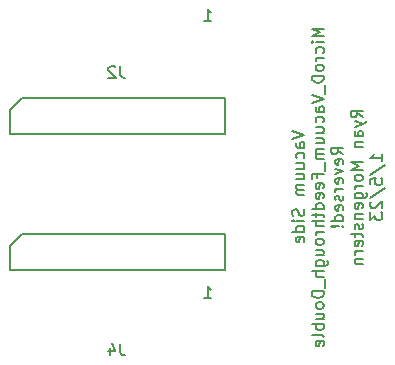
<source format=gbr>
%TF.GenerationSoftware,KiCad,Pcbnew,(5.1.10)-1*%
%TF.CreationDate,2023-01-05T11:00:30-07:00*%
%TF.ProjectId,Double_MicroD_25_Gateway,446f7562-6c65-45f4-9d69-63726f445f32,rev?*%
%TF.SameCoordinates,Original*%
%TF.FileFunction,Legend,Bot*%
%TF.FilePolarity,Positive*%
%FSLAX46Y46*%
G04 Gerber Fmt 4.6, Leading zero omitted, Abs format (unit mm)*
G04 Created by KiCad (PCBNEW (5.1.10)-1) date 2023-01-05 11:00:30*
%MOMM*%
%LPD*%
G01*
G04 APERTURE LIST*
%ADD10C,0.150000*%
G04 APERTURE END LIST*
D10*
X14802380Y4511904D02*
X15802380Y4178571D01*
X14802380Y3845238D01*
X15802380Y3083333D02*
X15278571Y3083333D01*
X15183333Y3130952D01*
X15135714Y3226190D01*
X15135714Y3416666D01*
X15183333Y3511904D01*
X15754761Y3083333D02*
X15802380Y3178571D01*
X15802380Y3416666D01*
X15754761Y3511904D01*
X15659523Y3559523D01*
X15564285Y3559523D01*
X15469047Y3511904D01*
X15421428Y3416666D01*
X15421428Y3178571D01*
X15373809Y3083333D01*
X15754761Y2178571D02*
X15802380Y2273809D01*
X15802380Y2464285D01*
X15754761Y2559523D01*
X15707142Y2607142D01*
X15611904Y2654761D01*
X15326190Y2654761D01*
X15230952Y2607142D01*
X15183333Y2559523D01*
X15135714Y2464285D01*
X15135714Y2273809D01*
X15183333Y2178571D01*
X15135714Y1321428D02*
X15802380Y1321428D01*
X15135714Y1750000D02*
X15659523Y1750000D01*
X15754761Y1702380D01*
X15802380Y1607142D01*
X15802380Y1464285D01*
X15754761Y1369047D01*
X15707142Y1321428D01*
X15135714Y416666D02*
X15802380Y416666D01*
X15135714Y845238D02*
X15659523Y845238D01*
X15754761Y797619D01*
X15802380Y702380D01*
X15802380Y559523D01*
X15754761Y464285D01*
X15707142Y416666D01*
X15802380Y-59523D02*
X15135714Y-59523D01*
X15230952Y-59523D02*
X15183333Y-107142D01*
X15135714Y-202380D01*
X15135714Y-345238D01*
X15183333Y-440476D01*
X15278571Y-488095D01*
X15802380Y-488095D01*
X15278571Y-488095D02*
X15183333Y-535714D01*
X15135714Y-630952D01*
X15135714Y-773809D01*
X15183333Y-869047D01*
X15278571Y-916666D01*
X15802380Y-916666D01*
X15754761Y-2107142D02*
X15802380Y-2250000D01*
X15802380Y-2488095D01*
X15754761Y-2583333D01*
X15707142Y-2630952D01*
X15611904Y-2678571D01*
X15516666Y-2678571D01*
X15421428Y-2630952D01*
X15373809Y-2583333D01*
X15326190Y-2488095D01*
X15278571Y-2297619D01*
X15230952Y-2202380D01*
X15183333Y-2154761D01*
X15088095Y-2107142D01*
X14992857Y-2107142D01*
X14897619Y-2154761D01*
X14850000Y-2202380D01*
X14802380Y-2297619D01*
X14802380Y-2535714D01*
X14850000Y-2678571D01*
X15802380Y-3107142D02*
X15135714Y-3107142D01*
X14802380Y-3107142D02*
X14850000Y-3059523D01*
X14897619Y-3107142D01*
X14850000Y-3154761D01*
X14802380Y-3107142D01*
X14897619Y-3107142D01*
X15802380Y-4011904D02*
X14802380Y-4011904D01*
X15754761Y-4011904D02*
X15802380Y-3916666D01*
X15802380Y-3726190D01*
X15754761Y-3630952D01*
X15707142Y-3583333D01*
X15611904Y-3535714D01*
X15326190Y-3535714D01*
X15230952Y-3583333D01*
X15183333Y-3630952D01*
X15135714Y-3726190D01*
X15135714Y-3916666D01*
X15183333Y-4011904D01*
X15754761Y-4869047D02*
X15802380Y-4773809D01*
X15802380Y-4583333D01*
X15754761Y-4488095D01*
X15659523Y-4440476D01*
X15278571Y-4440476D01*
X15183333Y-4488095D01*
X15135714Y-4583333D01*
X15135714Y-4773809D01*
X15183333Y-4869047D01*
X15278571Y-4916666D01*
X15373809Y-4916666D01*
X15469047Y-4440476D01*
X17452380Y13178571D02*
X16452380Y13178571D01*
X17166666Y12845238D01*
X16452380Y12511904D01*
X17452380Y12511904D01*
X17452380Y12035714D02*
X16785714Y12035714D01*
X16452380Y12035714D02*
X16500000Y12083333D01*
X16547619Y12035714D01*
X16500000Y11988095D01*
X16452380Y12035714D01*
X16547619Y12035714D01*
X17404761Y11130952D02*
X17452380Y11226190D01*
X17452380Y11416666D01*
X17404761Y11511904D01*
X17357142Y11559523D01*
X17261904Y11607142D01*
X16976190Y11607142D01*
X16880952Y11559523D01*
X16833333Y11511904D01*
X16785714Y11416666D01*
X16785714Y11226190D01*
X16833333Y11130952D01*
X17452380Y10702380D02*
X16785714Y10702380D01*
X16976190Y10702380D02*
X16880952Y10654761D01*
X16833333Y10607142D01*
X16785714Y10511904D01*
X16785714Y10416666D01*
X17452380Y9940476D02*
X17404761Y10035714D01*
X17357142Y10083333D01*
X17261904Y10130952D01*
X16976190Y10130952D01*
X16880952Y10083333D01*
X16833333Y10035714D01*
X16785714Y9940476D01*
X16785714Y9797619D01*
X16833333Y9702380D01*
X16880952Y9654761D01*
X16976190Y9607142D01*
X17261904Y9607142D01*
X17357142Y9654761D01*
X17404761Y9702380D01*
X17452380Y9797619D01*
X17452380Y9940476D01*
X17452380Y9178571D02*
X16452380Y9178571D01*
X16452380Y8940476D01*
X16500000Y8797619D01*
X16595238Y8702380D01*
X16690476Y8654761D01*
X16880952Y8607142D01*
X17023809Y8607142D01*
X17214285Y8654761D01*
X17309523Y8702380D01*
X17404761Y8797619D01*
X17452380Y8940476D01*
X17452380Y9178571D01*
X17547619Y8416666D02*
X17547619Y7654761D01*
X16452380Y7559523D02*
X17452380Y7226190D01*
X16452380Y6892857D01*
X17452380Y6130952D02*
X16928571Y6130952D01*
X16833333Y6178571D01*
X16785714Y6273809D01*
X16785714Y6464285D01*
X16833333Y6559523D01*
X17404761Y6130952D02*
X17452380Y6226190D01*
X17452380Y6464285D01*
X17404761Y6559523D01*
X17309523Y6607142D01*
X17214285Y6607142D01*
X17119047Y6559523D01*
X17071428Y6464285D01*
X17071428Y6226190D01*
X17023809Y6130952D01*
X17404761Y5226190D02*
X17452380Y5321428D01*
X17452380Y5511904D01*
X17404761Y5607142D01*
X17357142Y5654761D01*
X17261904Y5702380D01*
X16976190Y5702380D01*
X16880952Y5654761D01*
X16833333Y5607142D01*
X16785714Y5511904D01*
X16785714Y5321428D01*
X16833333Y5226190D01*
X16785714Y4369047D02*
X17452380Y4369047D01*
X16785714Y4797619D02*
X17309523Y4797619D01*
X17404761Y4750000D01*
X17452380Y4654761D01*
X17452380Y4511904D01*
X17404761Y4416666D01*
X17357142Y4369047D01*
X16785714Y3464285D02*
X17452380Y3464285D01*
X16785714Y3892857D02*
X17309523Y3892857D01*
X17404761Y3845238D01*
X17452380Y3750000D01*
X17452380Y3607142D01*
X17404761Y3511904D01*
X17357142Y3464285D01*
X17452380Y2988095D02*
X16785714Y2988095D01*
X16880952Y2988095D02*
X16833333Y2940476D01*
X16785714Y2845238D01*
X16785714Y2702380D01*
X16833333Y2607142D01*
X16928571Y2559523D01*
X17452380Y2559523D01*
X16928571Y2559523D02*
X16833333Y2511904D01*
X16785714Y2416666D01*
X16785714Y2273809D01*
X16833333Y2178571D01*
X16928571Y2130952D01*
X17452380Y2130952D01*
X17547619Y1892857D02*
X17547619Y1130952D01*
X16928571Y559523D02*
X16928571Y892857D01*
X17452380Y892857D02*
X16452380Y892857D01*
X16452380Y416666D01*
X17404761Y-345238D02*
X17452380Y-249999D01*
X17452380Y-59523D01*
X17404761Y35714D01*
X17309523Y83333D01*
X16928571Y83333D01*
X16833333Y35714D01*
X16785714Y-59523D01*
X16785714Y-249999D01*
X16833333Y-345238D01*
X16928571Y-392857D01*
X17023809Y-392857D01*
X17119047Y83333D01*
X17404761Y-1202380D02*
X17452380Y-1107142D01*
X17452380Y-916666D01*
X17404761Y-821428D01*
X17309523Y-773809D01*
X16928571Y-773809D01*
X16833333Y-821428D01*
X16785714Y-916666D01*
X16785714Y-1107142D01*
X16833333Y-1202380D01*
X16928571Y-1249999D01*
X17023809Y-1249999D01*
X17119047Y-773809D01*
X17452380Y-2107142D02*
X16452380Y-2107142D01*
X17404761Y-2107142D02*
X17452380Y-2011904D01*
X17452380Y-1821428D01*
X17404761Y-1726190D01*
X17357142Y-1678571D01*
X17261904Y-1630952D01*
X16976190Y-1630952D01*
X16880952Y-1678571D01*
X16833333Y-1726190D01*
X16785714Y-1821428D01*
X16785714Y-2011904D01*
X16833333Y-2107142D01*
X16785714Y-2440476D02*
X16785714Y-2821428D01*
X16452380Y-2583333D02*
X17309523Y-2583333D01*
X17404761Y-2630952D01*
X17452380Y-2726190D01*
X17452380Y-2821428D01*
X17452380Y-3154761D02*
X16452380Y-3154761D01*
X17452380Y-3583333D02*
X16928571Y-3583333D01*
X16833333Y-3535714D01*
X16785714Y-3440476D01*
X16785714Y-3297619D01*
X16833333Y-3202380D01*
X16880952Y-3154761D01*
X17452380Y-4059523D02*
X16785714Y-4059523D01*
X16976190Y-4059523D02*
X16880952Y-4107142D01*
X16833333Y-4154761D01*
X16785714Y-4249999D01*
X16785714Y-4345238D01*
X17452380Y-4821428D02*
X17404761Y-4726190D01*
X17357142Y-4678571D01*
X17261904Y-4630952D01*
X16976190Y-4630952D01*
X16880952Y-4678571D01*
X16833333Y-4726190D01*
X16785714Y-4821428D01*
X16785714Y-4964285D01*
X16833333Y-5059523D01*
X16880952Y-5107142D01*
X16976190Y-5154761D01*
X17261904Y-5154761D01*
X17357142Y-5107142D01*
X17404761Y-5059523D01*
X17452380Y-4964285D01*
X17452380Y-4821428D01*
X16785714Y-6011904D02*
X17452380Y-6011904D01*
X16785714Y-5583333D02*
X17309523Y-5583333D01*
X17404761Y-5630952D01*
X17452380Y-5726190D01*
X17452380Y-5869047D01*
X17404761Y-5964285D01*
X17357142Y-6011904D01*
X16785714Y-6916666D02*
X17595238Y-6916666D01*
X17690476Y-6869047D01*
X17738095Y-6821428D01*
X17785714Y-6726190D01*
X17785714Y-6583333D01*
X17738095Y-6488095D01*
X17404761Y-6916666D02*
X17452380Y-6821428D01*
X17452380Y-6630952D01*
X17404761Y-6535714D01*
X17357142Y-6488095D01*
X17261904Y-6440476D01*
X16976190Y-6440476D01*
X16880952Y-6488095D01*
X16833333Y-6535714D01*
X16785714Y-6630952D01*
X16785714Y-6821428D01*
X16833333Y-6916666D01*
X17452380Y-7392857D02*
X16452380Y-7392857D01*
X17452380Y-7821428D02*
X16928571Y-7821428D01*
X16833333Y-7773809D01*
X16785714Y-7678571D01*
X16785714Y-7535714D01*
X16833333Y-7440476D01*
X16880952Y-7392857D01*
X17547619Y-8059523D02*
X17547619Y-8821428D01*
X17452380Y-9059523D02*
X16452380Y-9059523D01*
X16452380Y-9297619D01*
X16500000Y-9440476D01*
X16595238Y-9535714D01*
X16690476Y-9583333D01*
X16880952Y-9630952D01*
X17023809Y-9630952D01*
X17214285Y-9583333D01*
X17309523Y-9535714D01*
X17404761Y-9440476D01*
X17452380Y-9297619D01*
X17452380Y-9059523D01*
X17452380Y-10202380D02*
X17404761Y-10107142D01*
X17357142Y-10059523D01*
X17261904Y-10011904D01*
X16976190Y-10011904D01*
X16880952Y-10059523D01*
X16833333Y-10107142D01*
X16785714Y-10202380D01*
X16785714Y-10345238D01*
X16833333Y-10440476D01*
X16880952Y-10488095D01*
X16976190Y-10535714D01*
X17261904Y-10535714D01*
X17357142Y-10488095D01*
X17404761Y-10440476D01*
X17452380Y-10345238D01*
X17452380Y-10202380D01*
X16785714Y-11392857D02*
X17452380Y-11392857D01*
X16785714Y-10964285D02*
X17309523Y-10964285D01*
X17404761Y-11011904D01*
X17452380Y-11107142D01*
X17452380Y-11249999D01*
X17404761Y-11345238D01*
X17357142Y-11392857D01*
X17452380Y-11869047D02*
X16452380Y-11869047D01*
X16833333Y-11869047D02*
X16785714Y-11964285D01*
X16785714Y-12154761D01*
X16833333Y-12249999D01*
X16880952Y-12297619D01*
X16976190Y-12345238D01*
X17261904Y-12345238D01*
X17357142Y-12297619D01*
X17404761Y-12249999D01*
X17452380Y-12154761D01*
X17452380Y-11964285D01*
X17404761Y-11869047D01*
X17452380Y-12916666D02*
X17404761Y-12821428D01*
X17309523Y-12773809D01*
X16452380Y-12773809D01*
X17404761Y-13678571D02*
X17452380Y-13583333D01*
X17452380Y-13392857D01*
X17404761Y-13297619D01*
X17309523Y-13249999D01*
X16928571Y-13249999D01*
X16833333Y-13297619D01*
X16785714Y-13392857D01*
X16785714Y-13583333D01*
X16833333Y-13678571D01*
X16928571Y-13726190D01*
X17023809Y-13726190D01*
X17119047Y-13249999D01*
X19102380Y2511904D02*
X18626190Y2845238D01*
X19102380Y3083333D02*
X18102380Y3083333D01*
X18102380Y2702380D01*
X18150000Y2607142D01*
X18197619Y2559523D01*
X18292857Y2511904D01*
X18435714Y2511904D01*
X18530952Y2559523D01*
X18578571Y2607142D01*
X18626190Y2702380D01*
X18626190Y3083333D01*
X19054761Y1702380D02*
X19102380Y1797619D01*
X19102380Y1988095D01*
X19054761Y2083333D01*
X18959523Y2130952D01*
X18578571Y2130952D01*
X18483333Y2083333D01*
X18435714Y1988095D01*
X18435714Y1797619D01*
X18483333Y1702380D01*
X18578571Y1654761D01*
X18673809Y1654761D01*
X18769047Y2130952D01*
X18435714Y1321428D02*
X19102380Y1083333D01*
X18435714Y845238D01*
X19054761Y83333D02*
X19102380Y178571D01*
X19102380Y369047D01*
X19054761Y464285D01*
X18959523Y511904D01*
X18578571Y511904D01*
X18483333Y464285D01*
X18435714Y369047D01*
X18435714Y178571D01*
X18483333Y83333D01*
X18578571Y35714D01*
X18673809Y35714D01*
X18769047Y511904D01*
X19102380Y-392857D02*
X18435714Y-392857D01*
X18626190Y-392857D02*
X18530952Y-440476D01*
X18483333Y-488095D01*
X18435714Y-583333D01*
X18435714Y-678571D01*
X19054761Y-964285D02*
X19102380Y-1059523D01*
X19102380Y-1250000D01*
X19054761Y-1345238D01*
X18959523Y-1392857D01*
X18911904Y-1392857D01*
X18816666Y-1345238D01*
X18769047Y-1250000D01*
X18769047Y-1107142D01*
X18721428Y-1011904D01*
X18626190Y-964285D01*
X18578571Y-964285D01*
X18483333Y-1011904D01*
X18435714Y-1107142D01*
X18435714Y-1250000D01*
X18483333Y-1345238D01*
X19054761Y-2202380D02*
X19102380Y-2107142D01*
X19102380Y-1916666D01*
X19054761Y-1821428D01*
X18959523Y-1773809D01*
X18578571Y-1773809D01*
X18483333Y-1821428D01*
X18435714Y-1916666D01*
X18435714Y-2107142D01*
X18483333Y-2202380D01*
X18578571Y-2250000D01*
X18673809Y-2250000D01*
X18769047Y-1773809D01*
X19102380Y-3107142D02*
X18102380Y-3107142D01*
X19054761Y-3107142D02*
X19102380Y-3011904D01*
X19102380Y-2821428D01*
X19054761Y-2726190D01*
X19007142Y-2678571D01*
X18911904Y-2630952D01*
X18626190Y-2630952D01*
X18530952Y-2678571D01*
X18483333Y-2726190D01*
X18435714Y-2821428D01*
X18435714Y-3011904D01*
X18483333Y-3107142D01*
X19007142Y-3583333D02*
X19054761Y-3630952D01*
X19102380Y-3583333D01*
X19054761Y-3535714D01*
X19007142Y-3583333D01*
X19102380Y-3583333D01*
X18721428Y-3583333D02*
X18150000Y-3535714D01*
X18102380Y-3583333D01*
X18150000Y-3630952D01*
X18721428Y-3583333D01*
X18102380Y-3583333D01*
X20752380Y5654761D02*
X20276190Y5988095D01*
X20752380Y6226190D02*
X19752380Y6226190D01*
X19752380Y5845238D01*
X19800000Y5750000D01*
X19847619Y5702380D01*
X19942857Y5654761D01*
X20085714Y5654761D01*
X20180952Y5702380D01*
X20228571Y5750000D01*
X20276190Y5845238D01*
X20276190Y6226190D01*
X20085714Y5321428D02*
X20752380Y5083333D01*
X20085714Y4845238D02*
X20752380Y5083333D01*
X20990476Y5178571D01*
X21038095Y5226190D01*
X21085714Y5321428D01*
X20752380Y4035714D02*
X20228571Y4035714D01*
X20133333Y4083333D01*
X20085714Y4178571D01*
X20085714Y4369047D01*
X20133333Y4464285D01*
X20704761Y4035714D02*
X20752380Y4130952D01*
X20752380Y4369047D01*
X20704761Y4464285D01*
X20609523Y4511904D01*
X20514285Y4511904D01*
X20419047Y4464285D01*
X20371428Y4369047D01*
X20371428Y4130952D01*
X20323809Y4035714D01*
X20085714Y3559523D02*
X20752380Y3559523D01*
X20180952Y3559523D02*
X20133333Y3511904D01*
X20085714Y3416666D01*
X20085714Y3273809D01*
X20133333Y3178571D01*
X20228571Y3130952D01*
X20752380Y3130952D01*
X20752380Y1892857D02*
X19752380Y1892857D01*
X20466666Y1559523D01*
X19752380Y1226190D01*
X20752380Y1226190D01*
X20752380Y607142D02*
X20704761Y702380D01*
X20657142Y750000D01*
X20561904Y797619D01*
X20276190Y797619D01*
X20180952Y750000D01*
X20133333Y702380D01*
X20085714Y607142D01*
X20085714Y464285D01*
X20133333Y369047D01*
X20180952Y321428D01*
X20276190Y273809D01*
X20561904Y273809D01*
X20657142Y321428D01*
X20704761Y369047D01*
X20752380Y464285D01*
X20752380Y607142D01*
X20752380Y-154761D02*
X20085714Y-154761D01*
X20276190Y-154761D02*
X20180952Y-202380D01*
X20133333Y-250000D01*
X20085714Y-345238D01*
X20085714Y-440476D01*
X20085714Y-1202380D02*
X20895238Y-1202380D01*
X20990476Y-1154761D01*
X21038095Y-1107142D01*
X21085714Y-1011904D01*
X21085714Y-869047D01*
X21038095Y-773809D01*
X20704761Y-1202380D02*
X20752380Y-1107142D01*
X20752380Y-916666D01*
X20704761Y-821428D01*
X20657142Y-773809D01*
X20561904Y-726190D01*
X20276190Y-726190D01*
X20180952Y-773809D01*
X20133333Y-821428D01*
X20085714Y-916666D01*
X20085714Y-1107142D01*
X20133333Y-1202380D01*
X20704761Y-2059523D02*
X20752380Y-1964285D01*
X20752380Y-1773809D01*
X20704761Y-1678571D01*
X20609523Y-1630952D01*
X20228571Y-1630952D01*
X20133333Y-1678571D01*
X20085714Y-1773809D01*
X20085714Y-1964285D01*
X20133333Y-2059523D01*
X20228571Y-2107142D01*
X20323809Y-2107142D01*
X20419047Y-1630952D01*
X20085714Y-2535714D02*
X20752380Y-2535714D01*
X20180952Y-2535714D02*
X20133333Y-2583333D01*
X20085714Y-2678571D01*
X20085714Y-2821428D01*
X20133333Y-2916666D01*
X20228571Y-2964285D01*
X20752380Y-2964285D01*
X20704761Y-3392857D02*
X20752380Y-3488095D01*
X20752380Y-3678571D01*
X20704761Y-3773809D01*
X20609523Y-3821428D01*
X20561904Y-3821428D01*
X20466666Y-3773809D01*
X20419047Y-3678571D01*
X20419047Y-3535714D01*
X20371428Y-3440476D01*
X20276190Y-3392857D01*
X20228571Y-3392857D01*
X20133333Y-3440476D01*
X20085714Y-3535714D01*
X20085714Y-3678571D01*
X20133333Y-3773809D01*
X20085714Y-4107142D02*
X20085714Y-4488095D01*
X19752380Y-4250000D02*
X20609523Y-4250000D01*
X20704761Y-4297619D01*
X20752380Y-4392857D01*
X20752380Y-4488095D01*
X20704761Y-5202380D02*
X20752380Y-5107142D01*
X20752380Y-4916666D01*
X20704761Y-4821428D01*
X20609523Y-4773809D01*
X20228571Y-4773809D01*
X20133333Y-4821428D01*
X20085714Y-4916666D01*
X20085714Y-5107142D01*
X20133333Y-5202380D01*
X20228571Y-5250000D01*
X20323809Y-5250000D01*
X20419047Y-4773809D01*
X20752380Y-5678571D02*
X20085714Y-5678571D01*
X20276190Y-5678571D02*
X20180952Y-5726190D01*
X20133333Y-5773809D01*
X20085714Y-5869047D01*
X20085714Y-5964285D01*
X20085714Y-6297619D02*
X20752380Y-6297619D01*
X20180952Y-6297619D02*
X20133333Y-6345238D01*
X20085714Y-6440476D01*
X20085714Y-6583333D01*
X20133333Y-6678571D01*
X20228571Y-6726190D01*
X20752380Y-6726190D01*
X22402380Y1940476D02*
X22402380Y2511904D01*
X22402380Y2226190D02*
X21402380Y2226190D01*
X21545238Y2321428D01*
X21640476Y2416666D01*
X21688095Y2511904D01*
X21354761Y797619D02*
X22640476Y1654761D01*
X21402380Y-11904D02*
X21402380Y464285D01*
X21878571Y511904D01*
X21830952Y464285D01*
X21783333Y369047D01*
X21783333Y130952D01*
X21830952Y35714D01*
X21878571Y-11904D01*
X21973809Y-59523D01*
X22211904Y-59523D01*
X22307142Y-11904D01*
X22354761Y35714D01*
X22402380Y130952D01*
X22402380Y369047D01*
X22354761Y464285D01*
X22307142Y511904D01*
X21354761Y-1202380D02*
X22640476Y-345238D01*
X21497619Y-1488095D02*
X21450000Y-1535714D01*
X21402380Y-1630952D01*
X21402380Y-1869047D01*
X21450000Y-1964285D01*
X21497619Y-2011904D01*
X21592857Y-2059523D01*
X21688095Y-2059523D01*
X21830952Y-2011904D01*
X22402380Y-1440476D01*
X22402380Y-2059523D01*
X21402380Y-2392857D02*
X21402380Y-3011904D01*
X21783333Y-2678571D01*
X21783333Y-2821428D01*
X21830952Y-2916666D01*
X21878571Y-2964285D01*
X21973809Y-3011904D01*
X22211904Y-3011904D01*
X22307142Y-2964285D01*
X22354761Y-2916666D01*
X22402380Y-2821428D01*
X22402380Y-2535714D01*
X22354761Y-2440476D01*
X22307142Y-2392857D01*
%TO.C,J3*%
X-8080000Y-4236000D02*
X-9080000Y-5236000D01*
X-9080000Y-5236000D02*
X-9080000Y-7256000D01*
X-9080000Y-7256000D02*
X9080000Y-7256000D01*
X9080000Y-7256000D02*
X9080000Y-4236000D01*
X9080000Y-4236000D02*
X-8080000Y-4236000D01*
%TO.C,J1*%
X-8080000Y7256000D02*
X-9080000Y6256000D01*
X-9080000Y6256000D02*
X-9080000Y4236000D01*
X-9080000Y4236000D02*
X9080000Y4236000D01*
X9080000Y4236000D02*
X9080000Y7256000D01*
X9080000Y7256000D02*
X-8080000Y7256000D01*
%TO.C,J4*%
X233333Y-13498380D02*
X233333Y-14212666D01*
X280952Y-14355523D01*
X376190Y-14450761D01*
X519047Y-14498380D01*
X614285Y-14498380D01*
X-671428Y-13831714D02*
X-671428Y-14498380D01*
X-433333Y-13450761D02*
X-195238Y-14165047D01*
X-814285Y-14165047D01*
X7334285Y-9658380D02*
X7905714Y-9658380D01*
X7620000Y-9658380D02*
X7620000Y-8658380D01*
X7715238Y-8801238D01*
X7810476Y-8896476D01*
X7905714Y-8944095D01*
%TO.C,J2*%
X233333Y9993619D02*
X233333Y9279333D01*
X280952Y9136476D01*
X376190Y9041238D01*
X519047Y8993619D01*
X614285Y8993619D01*
X-195238Y9898380D02*
X-242857Y9946000D01*
X-338095Y9993619D01*
X-576190Y9993619D01*
X-671428Y9946000D01*
X-719047Y9898380D01*
X-766666Y9803142D01*
X-766666Y9707904D01*
X-719047Y9565047D01*
X-147619Y8993619D01*
X-766666Y8993619D01*
X7334285Y13833619D02*
X7905714Y13833619D01*
X7620000Y13833619D02*
X7620000Y14833619D01*
X7715238Y14690761D01*
X7810476Y14595523D01*
X7905714Y14547904D01*
%TD*%
M02*

</source>
